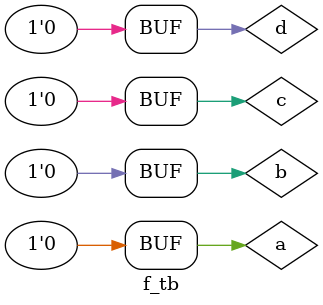
<source format=sv>

module f_tb ();

	reg a,b,c,d;
	wire out;
	f f(out,a,b,c,d);

	initial begin
      
    	$dumpfile("dump.vcd");
   	 	$dumpvars(1);
    
		a=0;
		b=0;
		c=0;
		d=0;
		#20;

		a=0;
		b=0;
		c=0;
		d=1;
		#20;

		a=0;
		b=0;
		c=1;
		d=0;
		#20;

		a=0;
		b=0;
		c=1;
		d=1;
		#20;

		a=0;
		b=1;
		c=0;
		d=0;
		#20;


		a=0;
		b=1;
		c=0;
		d=1;
		#20;

		a=0;
		b=1;
		c=1;
		d=0;
		#20;

		a=0;
		b=1;
		c=1;
		d=1;
		#20;

		a=1;
		b=0;
		c=0;
		d=0;
		#20;

		a=1;
		b=0;
		c=0;
		d=1;
		#20;


		a=1;
		b=0;
		c=1;
		d=0;
		#20;

		a=1;
		b=0;
		c=1;
		d=1;
		#20;

		a=1;
		b=1;
		c=0;
		d=0;
		#20;

		a=1;
		b=1;
		c=0;
		d=1;
		#20;


		a=1;
		b=1;
		c=1;
		d=0;
		#20;

		a=1;
		b=1;
		c=1;
		d=1;
		#20;

		a=0;
		b=0;
		c=0;
		d=0;
		#20;
	end
endmodule

</source>
